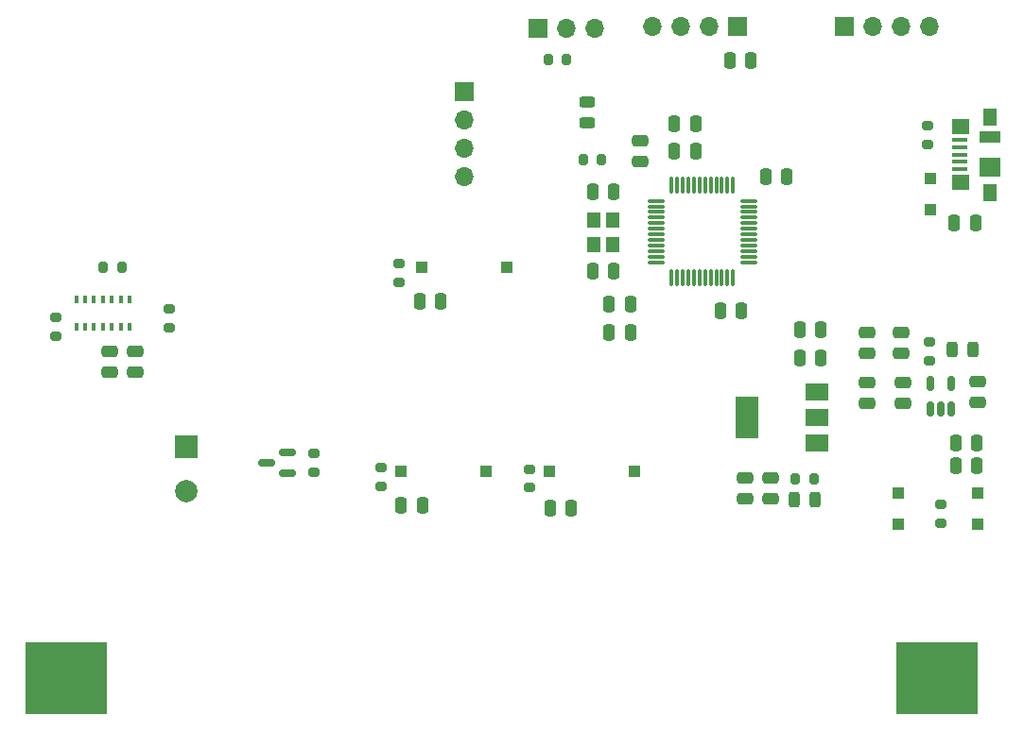
<source format=gbr>
%TF.GenerationSoftware,KiCad,Pcbnew,7.0.5*%
%TF.CreationDate,2024-07-05T18:30:49+07:00*%
%TF.ProjectId,project233,70726f6a-6563-4743-9233-332e6b696361,rev?*%
%TF.SameCoordinates,Original*%
%TF.FileFunction,Soldermask,Top*%
%TF.FilePolarity,Negative*%
%FSLAX46Y46*%
G04 Gerber Fmt 4.6, Leading zero omitted, Abs format (unit mm)*
G04 Created by KiCad (PCBNEW 7.0.5) date 2024-07-05 18:30:49*
%MOMM*%
%LPD*%
G01*
G04 APERTURE LIST*
G04 Aperture macros list*
%AMRoundRect*
0 Rectangle with rounded corners*
0 $1 Rounding radius*
0 $2 $3 $4 $5 $6 $7 $8 $9 X,Y pos of 4 corners*
0 Add a 4 corners polygon primitive as box body*
4,1,4,$2,$3,$4,$5,$6,$7,$8,$9,$2,$3,0*
0 Add four circle primitives for the rounded corners*
1,1,$1+$1,$2,$3*
1,1,$1+$1,$4,$5*
1,1,$1+$1,$6,$7*
1,1,$1+$1,$8,$9*
0 Add four rect primitives between the rounded corners*
20,1,$1+$1,$2,$3,$4,$5,0*
20,1,$1+$1,$4,$5,$6,$7,0*
20,1,$1+$1,$6,$7,$8,$9,0*
20,1,$1+$1,$8,$9,$2,$3,0*%
G04 Aperture macros list end*
%ADD10RoundRect,0.200000X0.200000X0.275000X-0.200000X0.275000X-0.200000X-0.275000X0.200000X-0.275000X0*%
%ADD11RoundRect,0.250000X-0.250000X-0.475000X0.250000X-0.475000X0.250000X0.475000X-0.250000X0.475000X0*%
%ADD12R,2.000000X1.500000*%
%ADD13R,2.000000X3.800000*%
%ADD14RoundRect,0.200000X-0.275000X0.200000X-0.275000X-0.200000X0.275000X-0.200000X0.275000X0.200000X0*%
%ADD15RoundRect,0.250000X-0.300000X0.300000X-0.300000X-0.300000X0.300000X-0.300000X0.300000X0.300000X0*%
%ADD16RoundRect,0.250000X0.250000X0.475000X-0.250000X0.475000X-0.250000X-0.475000X0.250000X-0.475000X0*%
%ADD17RoundRect,0.250000X-0.475000X0.250000X-0.475000X-0.250000X0.475000X-0.250000X0.475000X0.250000X0*%
%ADD18RoundRect,0.200000X-0.200000X-0.275000X0.200000X-0.275000X0.200000X0.275000X-0.200000X0.275000X0*%
%ADD19RoundRect,0.075000X-0.662500X-0.075000X0.662500X-0.075000X0.662500X0.075000X-0.662500X0.075000X0*%
%ADD20RoundRect,0.075000X-0.075000X-0.662500X0.075000X-0.662500X0.075000X0.662500X-0.075000X0.662500X0*%
%ADD21R,1.200000X1.400000*%
%ADD22RoundRect,0.243750X-0.243750X-0.456250X0.243750X-0.456250X0.243750X0.456250X-0.243750X0.456250X0*%
%ADD23RoundRect,0.243750X0.243750X0.456250X-0.243750X0.456250X-0.243750X-0.456250X0.243750X-0.456250X0*%
%ADD24R,1.000000X1.000000*%
%ADD25R,1.700000X1.700000*%
%ADD26O,1.700000X1.700000*%
%ADD27RoundRect,0.200000X0.275000X-0.200000X0.275000X0.200000X-0.275000X0.200000X-0.275000X-0.200000X0*%
%ADD28R,2.000000X2.000000*%
%ADD29C,2.000000*%
%ADD30RoundRect,0.250000X0.300000X-0.300000X0.300000X0.300000X-0.300000X0.300000X-0.300000X-0.300000X0*%
%ADD31RoundRect,0.250000X0.475000X-0.250000X0.475000X0.250000X-0.475000X0.250000X-0.475000X-0.250000X0*%
%ADD32R,7.400000X6.500000*%
%ADD33R,0.355600X0.762000*%
%ADD34RoundRect,0.243750X0.456250X-0.243750X0.456250X0.243750X-0.456250X0.243750X-0.456250X-0.243750X0*%
%ADD35RoundRect,0.150000X0.587500X0.150000X-0.587500X0.150000X-0.587500X-0.150000X0.587500X-0.150000X0*%
%ADD36RoundRect,0.150000X0.150000X-0.512500X0.150000X0.512500X-0.150000X0.512500X-0.150000X-0.512500X0*%
%ADD37R,1.380000X0.450000*%
%ADD38R,1.300000X1.650000*%
%ADD39R,1.550000X1.425000*%
%ADD40R,1.900000X1.800000*%
%ADD41R,1.900000X1.000000*%
G04 APERTURE END LIST*
D10*
%TO.C,R2*%
X167991500Y-90170000D03*
X166341500Y-90170000D03*
%TD*%
D11*
%TO.C,C22*%
X150053000Y-121158000D03*
X151953000Y-121158000D03*
%TD*%
D12*
%TO.C,U4*%
X187300000Y-115584000D03*
X187300000Y-113284000D03*
D13*
X181000000Y-113284000D03*
D12*
X187300000Y-110984000D03*
%TD*%
D14*
%TO.C,R13*%
X161565000Y-117903000D03*
X161565000Y-119553000D03*
%TD*%
%TO.C,R8*%
X119126000Y-104331000D03*
X119126000Y-105981000D03*
%TD*%
D15*
%TO.C,D5*%
X201676000Y-120012000D03*
X201676000Y-122812000D03*
%TD*%
D11*
%TO.C,C5*%
X182692000Y-91694000D03*
X184592000Y-91694000D03*
%TD*%
D16*
%TO.C,C10*%
X170556000Y-103124000D03*
X168656000Y-103124000D03*
%TD*%
%TO.C,C6*%
X169069500Y-100159000D03*
X167169500Y-100159000D03*
%TD*%
%TO.C,C27*%
X187640000Y-105410000D03*
X185740000Y-105410000D03*
%TD*%
D17*
%TO.C,FB1*%
X191770000Y-105614000D03*
X191770000Y-107514000D03*
%TD*%
D18*
%TO.C,R5*%
X185357000Y-118745000D03*
X187007000Y-118745000D03*
%TD*%
D11*
%TO.C,C11*%
X179456000Y-81280000D03*
X181356000Y-81280000D03*
%TD*%
D17*
%TO.C,C15*%
X191770000Y-110125001D03*
X191770000Y-112025001D03*
%TD*%
D11*
%TO.C,C12*%
X199710000Y-115570000D03*
X201610000Y-115570000D03*
%TD*%
D19*
%TO.C,U1*%
X172847000Y-93853000D03*
X172847000Y-94353000D03*
X172847000Y-94853000D03*
X172847000Y-95353000D03*
X172847000Y-95853000D03*
X172847000Y-96353000D03*
X172847000Y-96853000D03*
X172847000Y-97353000D03*
X172847000Y-97853000D03*
X172847000Y-98353000D03*
X172847000Y-98853000D03*
X172847000Y-99353000D03*
D20*
X174259500Y-100765500D03*
X174759500Y-100765500D03*
X175259500Y-100765500D03*
X175759500Y-100765500D03*
X176259500Y-100765500D03*
X176759500Y-100765500D03*
X177259500Y-100765500D03*
X177759500Y-100765500D03*
X178259500Y-100765500D03*
X178759500Y-100765500D03*
X179259500Y-100765500D03*
X179759500Y-100765500D03*
D19*
X181172000Y-99353000D03*
X181172000Y-98853000D03*
X181172000Y-98353000D03*
X181172000Y-97853000D03*
X181172000Y-97353000D03*
X181172000Y-96853000D03*
X181172000Y-96353000D03*
X181172000Y-95853000D03*
X181172000Y-95353000D03*
X181172000Y-94853000D03*
X181172000Y-94353000D03*
X181172000Y-93853000D03*
D20*
X179759500Y-92440500D03*
X179259500Y-92440500D03*
X178759500Y-92440500D03*
X178259500Y-92440500D03*
X177759500Y-92440500D03*
X177259500Y-92440500D03*
X176759500Y-92440500D03*
X176259500Y-92440500D03*
X175759500Y-92440500D03*
X175259500Y-92440500D03*
X174759500Y-92440500D03*
X174259500Y-92440500D03*
%TD*%
D18*
%TO.C,R6*%
X123381000Y-99822000D03*
X125031000Y-99822000D03*
%TD*%
D11*
%TO.C,C3*%
X151704000Y-102870000D03*
X153604000Y-102870000D03*
%TD*%
D16*
%TO.C,C16*%
X187640000Y-107950000D03*
X185740000Y-107950000D03*
%TD*%
D21*
%TO.C,HSE1*%
X167269500Y-95567000D03*
X167269500Y-97767000D03*
X168969500Y-97767000D03*
X168969500Y-95567000D03*
%TD*%
D22*
%TO.C,D4*%
X185244500Y-120650000D03*
X187119500Y-120650000D03*
%TD*%
D23*
%TO.C,D3*%
X201216500Y-107199000D03*
X199341500Y-107199000D03*
%TD*%
D17*
%TO.C,C13*%
X201676000Y-110059000D03*
X201676000Y-111959000D03*
%TD*%
D11*
%TO.C,C1*%
X174498000Y-86944000D03*
X176398000Y-86944000D03*
%TD*%
D24*
%TO.C,SW3*%
X163322000Y-118110000D03*
X170942000Y-118110000D03*
%TD*%
D11*
%TO.C,C23*%
X163388000Y-121395000D03*
X165288000Y-121395000D03*
%TD*%
D16*
%TO.C,C8*%
X180499500Y-103715000D03*
X178599500Y-103715000D03*
%TD*%
D17*
%TO.C,FB2*%
X194818000Y-105614000D03*
X194818000Y-107514000D03*
%TD*%
D25*
%TO.C,J2*%
X180152000Y-78232000D03*
D26*
X177612000Y-78232000D03*
X175072000Y-78232000D03*
X172532000Y-78232000D03*
%TD*%
D11*
%TO.C,C21*%
X199560998Y-95810499D03*
X201460998Y-95810499D03*
%TD*%
D27*
%TO.C,R7*%
X129286000Y-105219000D03*
X129286000Y-103569000D03*
%TD*%
D17*
%TO.C,C17*%
X183133999Y-118684000D03*
X183133999Y-120584000D03*
%TD*%
%TO.C,C18*%
X180848000Y-118684000D03*
X180848000Y-120584000D03*
%TD*%
D14*
%TO.C,R3*%
X197208998Y-87111500D03*
X197208998Y-88761500D03*
%TD*%
D27*
%TO.C,R4*%
X197358000Y-108151000D03*
X197358000Y-106501000D03*
%TD*%
D11*
%TO.C,C28*%
X199710000Y-117613000D03*
X201610000Y-117613000D03*
%TD*%
%TO.C,C2*%
X174498000Y-89408000D03*
X176398000Y-89408000D03*
%TD*%
D28*
%TO.C,BZ1*%
X130810000Y-115856000D03*
D29*
X130810000Y-119856000D03*
%TD*%
D10*
%TO.C,R11*%
X164848000Y-81153000D03*
X163198000Y-81153000D03*
%TD*%
D30*
%TO.C,D2*%
X197462999Y-94670500D03*
X197462999Y-91870500D03*
%TD*%
D27*
%TO.C,R10*%
X142240000Y-118173000D03*
X142240000Y-116523000D03*
%TD*%
D24*
%TO.C,SW2*%
X149987000Y-118110000D03*
X157607000Y-118110000D03*
%TD*%
D25*
%TO.C,J4*%
X162309000Y-78360001D03*
D26*
X164849000Y-78360001D03*
X167389000Y-78360001D03*
%TD*%
D31*
%TO.C,C7*%
X171450000Y-90358000D03*
X171450000Y-88458000D03*
%TD*%
D16*
%TO.C,C9*%
X170556000Y-105664000D03*
X168656000Y-105664000D03*
%TD*%
D17*
%TO.C,C19*%
X126238000Y-107320000D03*
X126238000Y-109220000D03*
%TD*%
D32*
%TO.C,U5*%
X198004000Y-136652000D03*
X120004000Y-136652000D03*
%TD*%
D25*
%TO.C,J3*%
X189738000Y-78232000D03*
D26*
X192278000Y-78232000D03*
X194818000Y-78232000D03*
X197358000Y-78232000D03*
%TD*%
D33*
%TO.C,U2*%
X125741222Y-102720373D03*
X124941221Y-102720373D03*
X124141223Y-102720373D03*
X123341222Y-102720373D03*
X122541224Y-102720373D03*
X121741223Y-102720373D03*
X120941222Y-102720373D03*
X120941222Y-105107973D03*
X121741223Y-105107973D03*
X122541221Y-105107973D03*
X123341222Y-105107973D03*
X124141220Y-105107973D03*
X124941221Y-105107973D03*
X125741222Y-105107973D03*
%TD*%
D25*
%TO.C,J5*%
X155702000Y-84074000D03*
D26*
X155702000Y-86614000D03*
X155702000Y-89154000D03*
X155702000Y-91694000D03*
%TD*%
D34*
%TO.C,D1*%
X166658500Y-86872500D03*
X166658500Y-84997500D03*
%TD*%
D14*
%TO.C,R9*%
X198374000Y-121095000D03*
X198374000Y-122745000D03*
%TD*%
D24*
%TO.C,SW1*%
X151892000Y-99822000D03*
X159512000Y-99822000D03*
%TD*%
D14*
%TO.C,R12*%
X148209000Y-117793000D03*
X148209000Y-119443000D03*
%TD*%
D35*
%TO.C,Q1*%
X139875500Y-118298000D03*
X139875500Y-116398000D03*
X138000500Y-117348000D03*
%TD*%
D17*
%TO.C,C20*%
X123952002Y-107319999D03*
X123952002Y-109219999D03*
%TD*%
D11*
%TO.C,C4*%
X167169500Y-93047000D03*
X169069500Y-93047000D03*
%TD*%
D36*
%TO.C,U3*%
X197424000Y-112522000D03*
X198374000Y-112522000D03*
X199324000Y-112522000D03*
X199324000Y-110247000D03*
X197424000Y-110247000D03*
%TD*%
D17*
%TO.C,C14*%
X194945000Y-110120000D03*
X194945000Y-112020000D03*
%TD*%
D27*
%TO.C,R1*%
X149860000Y-101155000D03*
X149860000Y-99505000D03*
%TD*%
D30*
%TO.C,D6*%
X194564000Y-122823000D03*
X194564000Y-120023000D03*
%TD*%
D37*
%TO.C,J1*%
X200067000Y-91014500D03*
X200067000Y-90364500D03*
X200067000Y-89714500D03*
X200067000Y-89064500D03*
X200067000Y-88414500D03*
D38*
X202727000Y-93089500D03*
D39*
X200152000Y-92202000D03*
D40*
X202727000Y-90864500D03*
D41*
X202727000Y-88164500D03*
D39*
X200152000Y-87227000D03*
D38*
X202727000Y-86339500D03*
%TD*%
M02*

</source>
